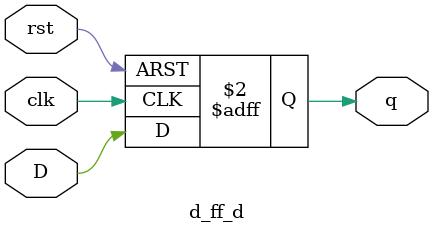
<source format=v>
module Ringcounter(Count,clk,rst);
input clk,rst;
output [3:0] Count;
wire [3:0] temp ; 
d_ff D3(temp[3],clk,~temp[0],rst);
d_ff D2(temp[2],clk,temp[3],rst);
d_ff D1(temp[1],clk,temp[2],rst);
d_ff_d D0(temp[0],clk,temp[1],rst);
assign Count=temp;
endmodule
module d_ff(q,clk,D,rst);
input clk,rst,D;
output reg q;
always @ (posedge clk or posedge rst) begin 
if (rst) q<=0;
else q<=D ; 
end
endmodule
module d_ff_d(q,clk,D,rst);
input clk,rst,D;
output reg q;
always @ (posedge clk or posedge rst) begin 
if (rst) q<=1;
else q<=D ; 
end
endmodule
</source>
